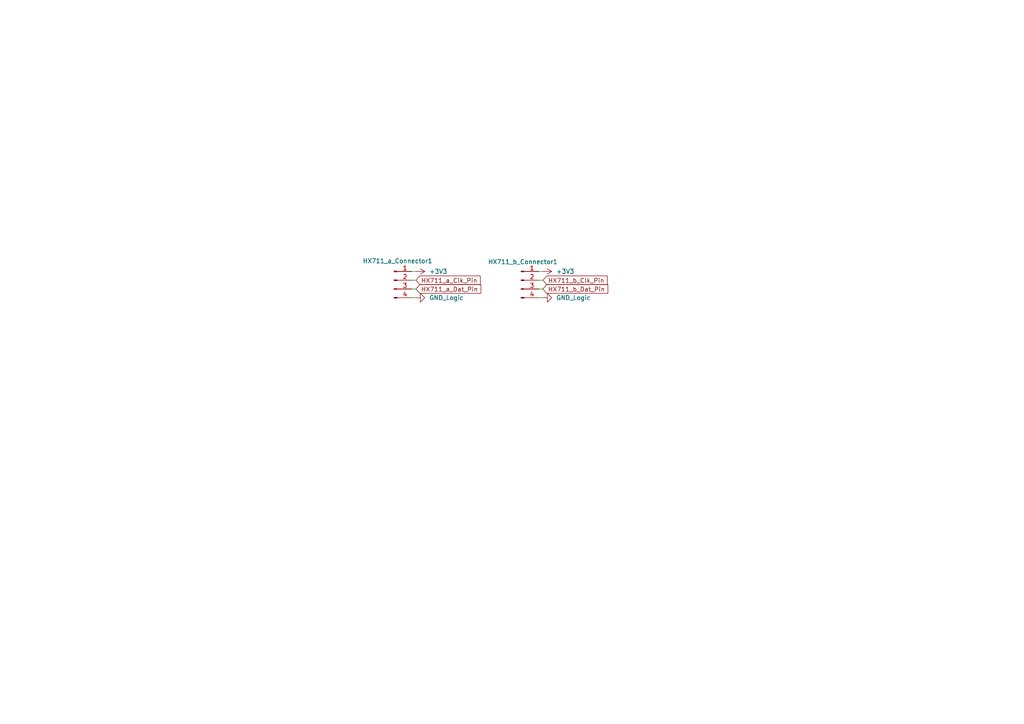
<source format=kicad_sch>
(kicad_sch (version 20231120) (generator "eeschema") (generator_version "8.0")
  (paper "A4")
  (lib_symbols
    (symbol "Connector:Conn_01x04_Male" (pin_names (offset 1.016) hide)
      (property "Reference" "J" (at 0 5.08 0))
      (property "Value" "Conn_01x04_Male" (at 0 -7.62 0))
      (symbol "Conn_01x04_Male_1_1"
        (polyline (pts (xy 1.27 -5.08) (xy 0.8636 -5.08)) (stroke (width 0.1524)))
        (polyline (pts (xy 1.27 -2.54) (xy 0.8636 -2.54)) (stroke (width 0.1524)))
        (polyline (pts (xy 1.27 0) (xy 0.8636 0)) (stroke (width 0.1524)))
        (polyline (pts (xy 1.27 2.54) (xy 0.8636 2.54)) (stroke (width 0.1524)))
        (rectangle (start 0.8636 -4.953) (end 0 -5.207) (stroke (width 0.1524)) (fill (type outline)))
        (rectangle (start 0.8636 -2.413) (end 0 -2.667) (stroke (width 0.1524)) (fill (type outline)))
        (rectangle (start 0.8636 0.127) (end 0 -0.127) (stroke (width 0.1524)) (fill (type outline)))
        (rectangle (start 0.8636 2.667) (end 0 2.413) (stroke (width 0.1524)) (fill (type outline)))
        (pin passive line (at 5.08 2.54 180) (length 3.81) (name "Pin_1") (number "1"))
        (pin passive line (at 5.08 0 180) (length 3.81) (name "Pin_2") (number "2"))
        (pin passive line (at 5.08 -2.54 180) (length 3.81) (name "Pin_3") (number "3"))
        (pin passive line (at 5.08 -5.08 180) (length 3.81) (name "Pin_4") (number "4"))
      )
    )
    (symbol "power:+5V" (power) (pin_names (offset 0))
      (property "Value" "+5V" (at 0 3.556 0))
      (symbol "+5V_0_1"
        (polyline (pts (xy -0.762 1.27) (xy 0 2.54)))
        (polyline (pts (xy 0 0) (xy 0 2.54)))
        (polyline (pts (xy 0 2.54) (xy 0.762 1.27)))
      )
      (symbol "+5V_1_1"
        (pin power_in line (at 0 0 90) (length 0) hide (name "+5V") (number "1"))
      )
    )
    (symbol "power:GND" (power) (pin_names (offset 0))
      (property "Value" "GND" (at 0 -3.81 0))
      (symbol "GND_0_1"
        (polyline (pts (xy 0 0) (xy 0 -1.27) (xy 1.27 -1.27) (xy 0 -2.54) (xy -1.27 -1.27) (xy 0 -1.27)))
      )
      (symbol "GND_1_1"
        (pin power_in line (at 0 0 270) (length 0) hide (name "GND") (number "1"))
      )
    )
  )
  (wire (pts (xy 119.38 86.36) (xy 120.65 86.36)))
  (wire (pts (xy 156.21 86.36) (xy 157.48 86.36)))
  (wire (pts (xy 156.21 83.82) (xy 157.48 83.82)))
  (wire (pts (xy 119.38 83.82) (xy 120.65 83.82)))
  (wire (pts (xy 156.21 81.28) (xy 157.48 81.28)))
  (wire (pts (xy 119.38 78.74) (xy 120.65 78.74)))
  (wire (pts (xy 119.38 81.28) (xy 120.65 81.28)))
  (wire (pts (xy 156.21 78.74) (xy 157.48 78.74)))
  (global_label "HX711_b_Dat_Pin" (shape input) (at 157.48 83.82 0) (property "Intersheetrefs" "${INTERSHEET_REFS}" (effects (hide yes))))
  (global_label "HX711_a_Dat_Pin" (shape input) (at 120.65 83.82 0) (property "Intersheetrefs" "${INTERSHEET_REFS}" (effects (hide yes))))
  (global_label "HX711_a_Clk_Pin" (shape input) (at 120.65 81.28 0) (property "Intersheetrefs" "${INTERSHEET_REFS}" (effects (hide yes))))
  (global_label "HX711_b_Clk_Pin" (shape input) (at 157.48 81.28 0) (property "Intersheetrefs" "${INTERSHEET_REFS}" (effects (hide yes))))
  (symbol (lib_id "power:+5V") (at 157.48 78.74 270) (unit 1)
    (property "Reference" "#PWR32" (effects (hide yes)))
    (property "Value" "+3V3" (at 161.29 78.7399 90) (effects (justify left)))
    (property "Description" "Power symbol creates a global label with name \"+5V\"" (effects (hide yes)))
  )
  (symbol (lib_id "Connector:Conn_01x04_Male") (at 114.3 81.28 0) (unit 1)
    (property "Reference" "HX711_a_Connector1" (at 115.316 75.692 0))
    (property "Value" "HX711_a_Connector" (effects (hide yes)))
    (property "Footprint" "Connector_PinHeader_2.54mm:PinHeader_1x04_P2.54mm_Vertical" (effects (hide yes)))
    (property "Description" "Generic connector, single row, 01x04, script generated (kicad-library-utils/schlib/autogen/connector/)" (effects (hide yes)))
  )
  (symbol (lib_id "power:GND") (at 120.65 86.36 90) (unit 1)
    (property "Reference" "#PWR31" (effects (hide yes)))
    (property "Value" "GND_Logic" (at 124.46 86.3599 90) (effects (justify right)))
    (property "Description" "Power symbol creates a global label with name \"GND\" , ground" (effects (hide yes)))
  )
  (symbol (lib_id "power:GND") (at 157.48 86.36 90) (unit 1)
    (property "Reference" "#PWR33" (effects (hide yes)))
    (property "Value" "GND_Logic" (at 161.29 86.3599 90) (effects (justify right)))
    (property "Description" "Power symbol creates a global label with name \"GND\" , ground" (effects (hide yes)))
  )
  (symbol (lib_id "Connector:Conn_01x04_Male") (at 151.13 81.28 0) (unit 1)
    (property "Reference" "HX711_b_Connector1" (at 151.638 75.946 0))
    (property "Value" "HX711_b_Connector" (effects (hide yes)))
    (property "Footprint" "Connector_PinHeader_2.54mm:PinHeader_1x04_P2.54mm_Vertical" (effects (hide yes)))
    (property "Description" "Generic connector, single row, 01x04, script generated (kicad-library-utils/schlib/autogen/connector/)" (effects (hide yes)))
  )
  (symbol (lib_id "power:+5V") (at 120.65 78.74 270) (unit 1)
    (property "Reference" "#PWR30" (effects (hide yes)))
    (property "Value" "+3V3" (at 124.46 78.7399 90) (effects (justify left)))
    (property "Description" "Power symbol creates a global label with name \"+5V\"" (effects (hide yes)))
  )
)
</source>
